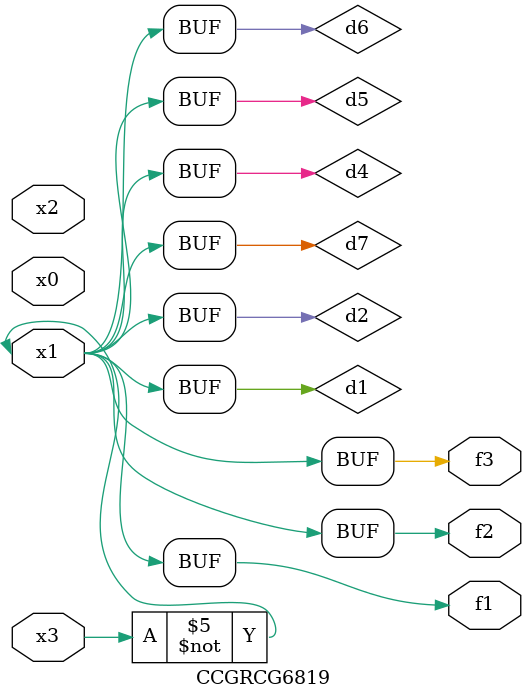
<source format=v>
module CCGRCG6819(
	input x0, x1, x2, x3,
	output f1, f2, f3
);

	wire d1, d2, d3, d4, d5, d6, d7;

	not (d1, x3);
	buf (d2, x1);
	xnor (d3, d1, d2);
	nor (d4, d1);
	buf (d5, d1, d2);
	buf (d6, d4, d5);
	nand (d7, d4);
	assign f1 = d6;
	assign f2 = d7;
	assign f3 = d6;
endmodule

</source>
